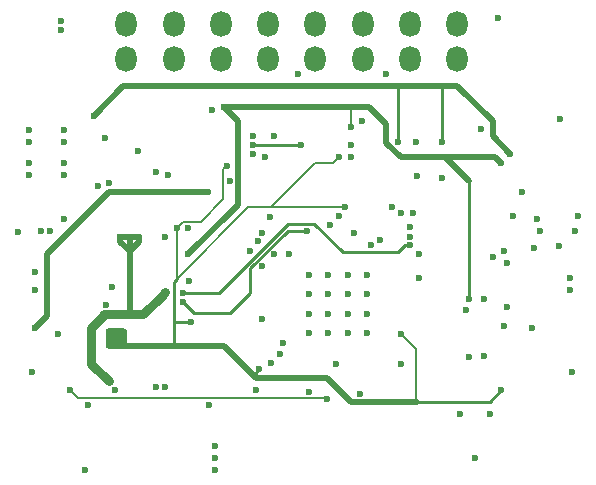
<source format=gbr>
G04 #@! TF.GenerationSoftware,KiCad,Pcbnew,(5.0.0)*
G04 #@! TF.CreationDate,2019-08-11T19:05:01-03:00*
G04 #@! TF.ProjectId,PF_apiner,50465F6170696E65722E6B696361645F,rev?*
G04 #@! TF.SameCoordinates,Original*
G04 #@! TF.FileFunction,Copper,L2,Inr,Signal*
G04 #@! TF.FilePolarity,Positive*
%FSLAX46Y46*%
G04 Gerber Fmt 4.6, Leading zero omitted, Abs format (unit mm)*
G04 Created by KiCad (PCBNEW (5.0.0)) date 08/11/19 19:05:01*
%MOMM*%
%LPD*%
G01*
G04 APERTURE LIST*
G04 #@! TA.AperFunction,ViaPad*
%ADD10O,1.800000X2.200000*%
G04 #@! TD*
G04 #@! TA.AperFunction,ViaPad*
%ADD11C,0.600000*%
G04 #@! TD*
G04 #@! TA.AperFunction,Conductor*
%ADD12C,0.250000*%
G04 #@! TD*
G04 #@! TA.AperFunction,Conductor*
%ADD13C,0.500000*%
G04 #@! TD*
G04 #@! TA.AperFunction,Conductor*
%ADD14C,0.760000*%
G04 #@! TD*
G04 #@! TA.AperFunction,Conductor*
%ADD15C,0.150000*%
G04 #@! TD*
G04 APERTURE END LIST*
D10*
G04 #@! TO.N,/L-LINE*
G04 #@! TO.C,J1*
X95000000Y-41500000D03*
G04 #@! TO.N,/HS_CAN_N*
X99000000Y-41500000D03*
G04 #@! TO.N,Net-(J1-Pad13)*
X103000000Y-41500000D03*
G04 #@! TO.N,Net-(J1-Pad12)*
X107000000Y-41500000D03*
G04 #@! TO.N,/MS_CAN_N*
X111000000Y-41500000D03*
G04 #@! TO.N,/J1850_BUS-*
X115000000Y-41500000D03*
G04 #@! TO.N,/J1850_BUS+*
X115000000Y-38500000D03*
G04 #@! TO.N,/MS_CAN_P*
X111000000Y-38500000D03*
G04 #@! TO.N,GND*
X107000000Y-38500000D03*
X103000000Y-38500000D03*
G04 #@! TO.N,/HS_CAN_P*
X99000000Y-38500000D03*
G04 #@! TO.N,/K-LINE*
X95000000Y-38500000D03*
G04 #@! TO.N,Net-(J1-Pad9)*
X119000000Y-41500000D03*
G04 #@! TO.N,/SW_CAN*
X119000000Y-38500000D03*
G04 #@! TO.N,Net-(J1-Pad8)*
X91000000Y-38500000D03*
G04 #@! TO.N,VIN*
X91000000Y-41500000D03*
G04 #@! TD*
D11*
G04 #@! TO.N,GND*
X129000000Y-56000000D03*
X110750000Y-69800000D03*
X106500000Y-69666413D03*
X119750000Y-62750000D03*
X96282074Y-60242599D03*
X94250000Y-69250000D03*
X93500000Y-69250000D03*
X110931510Y-46671460D03*
X105500000Y-42750000D03*
X99750000Y-51750000D03*
X103121232Y-54871232D03*
X85500000Y-38250000D03*
X85500000Y-39000000D03*
X113000000Y-42750000D03*
X122500000Y-38000000D03*
X123250000Y-58750000D03*
X119250000Y-71500000D03*
X121750000Y-71500000D03*
X117700000Y-51500000D03*
X115600000Y-51400000D03*
X121300000Y-66600000D03*
X125300000Y-64200000D03*
X128700000Y-68000000D03*
X128600000Y-61000000D03*
X127600000Y-57300000D03*
X128600000Y-60000000D03*
X121000000Y-47400000D03*
X115500000Y-48500000D03*
X81800000Y-56100000D03*
X83750000Y-56000000D03*
X84500000Y-56000000D03*
X94500000Y-51250000D03*
X98250000Y-45750000D03*
X92000000Y-49250000D03*
X88575000Y-52250000D03*
X96250000Y-55750000D03*
X89250000Y-62250000D03*
X83250000Y-61000000D03*
X83000000Y-68000000D03*
X87750000Y-70750000D03*
X87500000Y-76250000D03*
X102000000Y-69500000D03*
X98000000Y-70750000D03*
X98500000Y-74250000D03*
X98500000Y-75250000D03*
X98500000Y-76250000D03*
X109750000Y-59750000D03*
X111400000Y-59750000D03*
X111400000Y-61400000D03*
X109750000Y-61400000D03*
X108100000Y-61400000D03*
X108100000Y-63050000D03*
X109750000Y-63050000D03*
X111400000Y-63050000D03*
X111400000Y-64700000D03*
X109750000Y-64700000D03*
X108100000Y-64700000D03*
X106450000Y-64700000D03*
X106450000Y-63050000D03*
X106450000Y-61400000D03*
X108100000Y-59750000D03*
X106450000Y-59750000D03*
X82750000Y-51250000D03*
X82750000Y-50250000D03*
X82750000Y-48500000D03*
X82750000Y-47500000D03*
G04 #@! TO.N,+5V*
X95750000Y-61250000D03*
X115000000Y-57250000D03*
X126000000Y-56000000D03*
X92100000Y-56500000D03*
X91300000Y-56500000D03*
X90500000Y-56500000D03*
X94300000Y-61200000D03*
X89500000Y-68750000D03*
X90000000Y-69500000D03*
X89750000Y-60723192D03*
G04 #@! TO.N,Net-(C3-Pad1)*
X85750000Y-55000000D03*
X83250000Y-59500000D03*
G04 #@! TO.N,DLC*
X123500000Y-49500000D03*
X117750000Y-48500000D03*
X114000000Y-48500000D03*
X88250000Y-46250000D03*
X95500000Y-43750000D03*
X85750000Y-51250000D03*
X85750000Y-50250000D03*
X85750000Y-48500000D03*
X85750000Y-47500000D03*
G04 #@! TO.N,+3.3V*
X96500000Y-63750000D03*
X114250000Y-64750000D03*
X109500000Y-54000000D03*
X122750000Y-69500000D03*
X99500000Y-50500000D03*
X85250000Y-64750000D03*
X95250000Y-55750000D03*
X109000000Y-49750000D03*
X102250000Y-67750000D03*
X115500000Y-70500000D03*
X90250000Y-64750000D03*
X90500000Y-65500000D03*
X89750000Y-65500000D03*
G04 #@! TO.N,DLC_SW*
X93500000Y-51000000D03*
X101750000Y-48750000D03*
X89500000Y-52000000D03*
X105750000Y-48750000D03*
G04 #@! TO.N,+5V_SW*
X120000000Y-61750000D03*
X123000000Y-64050000D03*
X120000000Y-66710000D03*
X110000000Y-47250000D03*
X122750000Y-50250000D03*
X99250000Y-45500000D03*
X96250000Y-58000000D03*
G04 #@! TO.N,DLC_RAW*
X89207697Y-48126910D03*
X86250000Y-69500000D03*
X108000000Y-70250000D03*
G04 #@! TO.N,/MicroM4/PWR_SAVE*
X101500000Y-57750000D03*
X94250000Y-56500000D03*
G04 #@! TO.N,/CAN_Transceiver/SW_CAN_LOAD*
X125500000Y-57500000D03*
X115750000Y-58000000D03*
X104750000Y-58000000D03*
G04 #@! TO.N,/ISO_Transceiver/ISO_K_TX*
X102175044Y-56880579D03*
X111750000Y-57250000D03*
G04 #@! TO.N,/ISO_Transceiver/ISO_RX*
X102500000Y-59000000D03*
X103250000Y-67200000D03*
G04 #@! TO.N,/ISO_Transceiver/ISO_L_TX*
X102518606Y-56213895D03*
X112500000Y-56750000D03*
G04 #@! TO.N,Net-(R30-Pad2)*
X110000000Y-48750000D03*
X102750000Y-49750000D03*
G04 #@! TO.N,/J1850_Transceiver/PWM_RX*
X103500000Y-58000000D03*
X104250000Y-65500000D03*
G04 #@! TO.N,Net-(R34-Pad1)*
X101750000Y-48000000D03*
G04 #@! TO.N,Net-(R37-Pad2)*
X110000000Y-49750000D03*
X103500000Y-48000000D03*
G04 #@! TO.N,/J1850_Transceiver/VPW_RX*
X101750000Y-49500000D03*
X104000000Y-66475000D03*
G04 #@! TO.N,/MicroM4/UART1_RX*
X113500000Y-54000000D03*
G04 #@! TO.N,/CAN_Transceiver/MS_CAN_RX*
X114250000Y-67250000D03*
X115750000Y-60000000D03*
G04 #@! TO.N,/CAN_Transceiver/SW_CAN_MODE0*
X108250000Y-55500000D03*
X123750000Y-54750000D03*
X114969668Y-55675000D03*
G04 #@! TO.N,/CAN_Transceiver/SW_CAN_MODE1*
X124500000Y-52750000D03*
X115250000Y-54500000D03*
X109000000Y-54750000D03*
G04 #@! TO.N,/CAN_Transceiver/SW_CAN_TX*
X125750000Y-55000000D03*
X115000000Y-56500000D03*
X110250000Y-56200000D03*
G04 #@! TO.N,/MicroM4/STN_SLEEP*
X102500000Y-63500000D03*
G04 #@! TO.N,/MicroM4/STN_RESET*
X108750000Y-67250000D03*
G04 #@! TO.N,/MicroM4/UART1_TX*
X114250000Y-54500000D03*
G04 #@! TO.N,/SW_CAN*
X129250000Y-54750000D03*
X127750000Y-46500000D03*
G04 #@! TO.N,/J1850_BUS+*
X95750000Y-62000000D03*
X106250000Y-56000000D03*
G04 #@! TO.N,/HS_CAN_N*
X121250000Y-61750000D03*
G04 #@! TO.N,/MS_CAN_N*
X123000000Y-57750000D03*
G04 #@! TO.N,/MS_CAN_P*
X122000000Y-58250000D03*
G04 #@! TO.N,/HS_CAN_P*
X123250000Y-62500000D03*
G04 #@! TO.N,/MicroM4/BOOT*
X97950002Y-52750000D03*
X83250000Y-64250000D03*
G04 #@! TO.N,Net-(C36-Pad2)*
X120500000Y-75250000D03*
G04 #@! TD*
D12*
G04 #@! TO.N,+5V*
X109325001Y-57825001D02*
X106924999Y-55424999D01*
X106924999Y-55424999D02*
X104658300Y-55424999D01*
X104658300Y-55424999D02*
X98833299Y-61250000D01*
X98833299Y-61250000D02*
X95750000Y-61250000D01*
X115000000Y-57250000D02*
X114575736Y-57250000D01*
X114575736Y-57250000D02*
X114000735Y-57825001D01*
X114000735Y-57825001D02*
X109325001Y-57825001D01*
D13*
X92100000Y-56500000D02*
X92100000Y-56924264D01*
X92100000Y-56924264D02*
X91300000Y-57724264D01*
X91300000Y-56500000D02*
X91300000Y-56924264D01*
X91300000Y-56924264D02*
X91300000Y-57724264D01*
D14*
X89119999Y-63080001D02*
X91300000Y-63080001D01*
D13*
X91300000Y-57724264D02*
X91300000Y-63080001D01*
D14*
X91300000Y-63080001D02*
X92419999Y-63080001D01*
D13*
X90500000Y-56500000D02*
X90500000Y-56924264D01*
X90500000Y-56924264D02*
X91300000Y-57724264D01*
X90500000Y-56500000D02*
X92100000Y-56500000D01*
D14*
X89000000Y-63250000D02*
X89000000Y-63200000D01*
X89000000Y-63200000D02*
X89119999Y-63080001D01*
X92419999Y-63080001D02*
X94000001Y-61499999D01*
X94000001Y-61499999D02*
X94300000Y-61200000D01*
X89000000Y-63250000D02*
X88000000Y-64250000D01*
X88000000Y-64250000D02*
X88000000Y-67250000D01*
X88000000Y-67250000D02*
X89500000Y-68750000D01*
D13*
G04 #@! TO.N,DLC*
X122000000Y-46750000D02*
X122000000Y-48000000D01*
X122000000Y-48000000D02*
X123500000Y-49500000D01*
X114000000Y-43750000D02*
X117750000Y-43750000D01*
X117750000Y-43750000D02*
X119000000Y-43750000D01*
D12*
X117750000Y-48500000D02*
X117750000Y-43750000D01*
D13*
X95500000Y-43750000D02*
X114000000Y-43750000D01*
D12*
X114000000Y-48500000D02*
X114000000Y-43750000D01*
D13*
X119000000Y-43750000D02*
X122000000Y-46750000D01*
X88250000Y-46250000D02*
X90750000Y-43750000D01*
X90750000Y-43750000D02*
X95500000Y-43750000D01*
D12*
G04 #@! TO.N,+3.3V*
X95000000Y-60300000D02*
X95000000Y-63750000D01*
X95000000Y-63750000D02*
X95000000Y-65549999D01*
X96500000Y-63750000D02*
X95000000Y-63750000D01*
D13*
X90799999Y-65799999D02*
X94750000Y-65799999D01*
X94750000Y-65799999D02*
X95600000Y-65799999D01*
D12*
X95250000Y-60050000D02*
X95000000Y-60300000D01*
X95000000Y-65549999D02*
X94750000Y-65799999D01*
D15*
X103250000Y-54000000D02*
X101300000Y-54000000D01*
X101300000Y-54000000D02*
X95250000Y-60050000D01*
X115500000Y-70500000D02*
X115500000Y-66000000D01*
X115500000Y-66000000D02*
X114250000Y-64750000D01*
X108500000Y-54000000D02*
X109500000Y-54000000D01*
X99500000Y-50500000D02*
X99200001Y-50799999D01*
X99200001Y-50799999D02*
X99200001Y-53299999D01*
X99200001Y-53299999D02*
X97275001Y-55224999D01*
D12*
X121000000Y-70500000D02*
X121750000Y-70500000D01*
X121750000Y-70500000D02*
X122750000Y-69500000D01*
X115500000Y-70500000D02*
X121000000Y-70500000D01*
D15*
X95250000Y-55750000D02*
X95250000Y-60050000D01*
D13*
X95600000Y-65799999D02*
X97250000Y-65799999D01*
D15*
X95250000Y-55750000D02*
X95775001Y-55224999D01*
X95775001Y-55224999D02*
X97275001Y-55224999D01*
X107000000Y-50250000D02*
X103250000Y-54000000D01*
X109000000Y-49750000D02*
X108500000Y-50250000D01*
X108500000Y-50250000D02*
X107000000Y-50250000D01*
X108500000Y-54000000D02*
X103250000Y-54000000D01*
D13*
X97250000Y-65799999D02*
X99299999Y-65799999D01*
D12*
X102000000Y-68500000D02*
X102000000Y-68000000D01*
X102000000Y-68000000D02*
X102250000Y-67750000D01*
D13*
X110000000Y-70500000D02*
X115500000Y-70500000D01*
X109750000Y-70250000D02*
X110000000Y-70500000D01*
X108000000Y-68500000D02*
X109750000Y-70250000D01*
X102000000Y-68500000D02*
X108000000Y-68500000D01*
X99299999Y-65799999D02*
X102000000Y-68500000D01*
X90500000Y-65500000D02*
X90799999Y-65799999D01*
D12*
G04 #@! TO.N,DLC_SW*
X102601002Y-48750000D02*
X101750000Y-48750000D01*
X105750000Y-48750000D02*
X102601002Y-48750000D01*
G04 #@! TO.N,+5V_SW*
X120000000Y-51750000D02*
X120000000Y-61750000D01*
D13*
X110000000Y-45500000D02*
X111500000Y-45500000D01*
X111500000Y-45500000D02*
X113000000Y-47000000D01*
X113000000Y-47000000D02*
X113000000Y-48536002D01*
X113000000Y-48536002D02*
X114213998Y-49750000D01*
X114213998Y-49750000D02*
X117000000Y-49750000D01*
X99250000Y-45500000D02*
X110000000Y-45500000D01*
D15*
X110000000Y-47250000D02*
X110000000Y-45500000D01*
D13*
X118000000Y-49750000D02*
X120000000Y-51750000D01*
X117000000Y-49750000D02*
X122250000Y-49750000D01*
X117000000Y-49750000D02*
X118000000Y-49750000D01*
X122250000Y-49750000D02*
X122750000Y-50250000D01*
X100000000Y-54250000D02*
X100450001Y-53799999D01*
X100450001Y-53799999D02*
X100450001Y-46700001D01*
X100450001Y-46700001D02*
X99250000Y-45500000D01*
X96250000Y-58000000D02*
X100000000Y-54250000D01*
D15*
G04 #@! TO.N,DLC_RAW*
X86250000Y-69500000D02*
X86941413Y-70191413D01*
X86941413Y-70191413D02*
X107941413Y-70191413D01*
X107941413Y-70191413D02*
X108000000Y-70250000D01*
D12*
G04 #@! TO.N,/J1850_BUS+*
X95750000Y-62000000D02*
X96750000Y-63000000D01*
X104648998Y-56000000D02*
X105825736Y-56000000D01*
X96750000Y-63000000D02*
X99750000Y-63000000D01*
X99750000Y-63000000D02*
X101500000Y-61250000D01*
X101500000Y-61250000D02*
X101500000Y-59148998D01*
X101500000Y-59148998D02*
X104648998Y-56000000D01*
X105825736Y-56000000D02*
X106250000Y-56000000D01*
D13*
G04 #@! TO.N,/MicroM4/BOOT*
X97825736Y-52750000D02*
X97950002Y-52750000D01*
X97950002Y-52750000D02*
X89500000Y-52750000D01*
X84250000Y-58000000D02*
X84250000Y-63250000D01*
X84250000Y-63250000D02*
X83250000Y-64250000D01*
X89500000Y-52750000D02*
X84250000Y-58000000D01*
G04 #@! TD*
D15*
G04 #@! TO.N,+3.3V*
G36*
X90868203Y-64381797D02*
X90925000Y-64518918D01*
X90925000Y-65731082D01*
X90868203Y-65868203D01*
X90731082Y-65925000D01*
X89518918Y-65925000D01*
X89381797Y-65868203D01*
X89325000Y-65731082D01*
X89325000Y-64406066D01*
X89406066Y-64325000D01*
X90731082Y-64325000D01*
X90868203Y-64381797D01*
X90868203Y-64381797D01*
G37*
X90868203Y-64381797D02*
X90925000Y-64518918D01*
X90925000Y-65731082D01*
X90868203Y-65868203D01*
X90731082Y-65925000D01*
X89518918Y-65925000D01*
X89381797Y-65868203D01*
X89325000Y-65731082D01*
X89325000Y-64406066D01*
X89406066Y-64325000D01*
X90731082Y-64325000D01*
X90868203Y-64381797D01*
G04 #@! TD*
M02*

</source>
